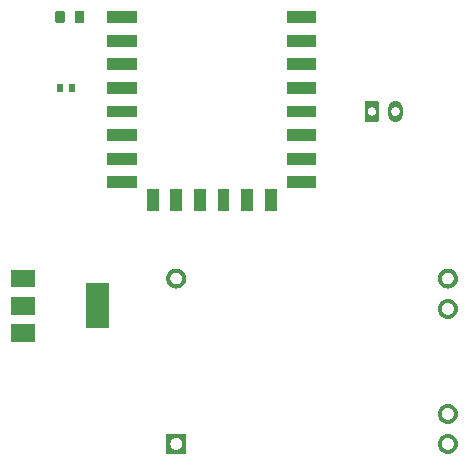
<source format=gbr>
%TF.GenerationSoftware,Flux,Pcbnew,7.0.11-7.0.11~ubuntu20.04.1*%
%TF.CreationDate,2024-08-13T10:52:44+00:00*%
%TF.ProjectId,input,696e7075-742e-46b6-9963-61645f706362,rev?*%
%TF.SameCoordinates,Original*%
%TF.FileFunction,Soldermask,Top*%
%TF.FilePolarity,Negative*%
%FSLAX46Y46*%
G04 Gerber Fmt 4.6, Leading zero omitted, Abs format (unit mm)*
G04 Filename: wirelessvoltmeter*
G04 Build it with Flux! Visit our site at: https://www.flux.ai (PCBNEW 7.0.11-7.0.11~ubuntu20.04.1) date 2024-08-13 10:52:44*
%MOMM*%
%LPD*%
G01*
G04 APERTURE LIST*
G04 APERTURE END LIST*
%TO.C,*%
G36*
X-7350000Y5500000D02*
G01*
X-9850000Y5500000D01*
X-9850000Y6500000D01*
X-7350000Y6500000D01*
X-7350000Y5500000D01*
G37*
G36*
X2500000Y-2400000D02*
G01*
X1500000Y-2400000D01*
X1500000Y-600000D01*
X2500000Y-600000D01*
X2500000Y-2400000D01*
G37*
G36*
X500000Y-2400000D02*
G01*
X-500000Y-2400000D01*
X-500000Y-600000D01*
X500000Y-600000D01*
X500000Y-2400000D01*
G37*
G36*
X7850000Y11500000D02*
G01*
X5350000Y11500000D01*
X5350000Y12500000D01*
X7850000Y12500000D01*
X7850000Y11500000D01*
G37*
G36*
X-7350000Y1500000D02*
G01*
X-9850000Y1500000D01*
X-9850000Y2500000D01*
X-7350000Y2500000D01*
X-7350000Y1500000D01*
G37*
G36*
X-7350000Y-500000D02*
G01*
X-9850000Y-500000D01*
X-9850000Y500000D01*
X-7350000Y500000D01*
X-7350000Y-500000D01*
G37*
G36*
X-7350000Y13500000D02*
G01*
X-9850000Y13500000D01*
X-9850000Y14500000D01*
X-7350000Y14500000D01*
X-7350000Y13500000D01*
G37*
G36*
X-7350000Y3500000D02*
G01*
X-9850000Y3500000D01*
X-9850000Y4500000D01*
X-7350000Y4500000D01*
X-7350000Y3500000D01*
G37*
G36*
X-3500000Y-2400000D02*
G01*
X-4500000Y-2400000D01*
X-4500000Y-600000D01*
X-3500000Y-600000D01*
X-3500000Y-2400000D01*
G37*
G36*
X-7350000Y11500000D02*
G01*
X-9850000Y11500000D01*
X-9850000Y12500000D01*
X-7350000Y12500000D01*
X-7350000Y11500000D01*
G37*
G36*
X7850000Y13500000D02*
G01*
X5350000Y13500000D01*
X5350000Y14500000D01*
X7850000Y14500000D01*
X7850000Y13500000D01*
G37*
G36*
X7850000Y5500000D02*
G01*
X5350000Y5500000D01*
X5350000Y6500000D01*
X7850000Y6500000D01*
X7850000Y5500000D01*
G37*
G36*
X7850000Y-500000D02*
G01*
X5350000Y-500000D01*
X5350000Y500000D01*
X7850000Y500000D01*
X7850000Y-500000D01*
G37*
G36*
X4500000Y-2400000D02*
G01*
X3500000Y-2400000D01*
X3500000Y-600000D01*
X4500000Y-600000D01*
X4500000Y-2400000D01*
G37*
G36*
X7850000Y1500000D02*
G01*
X5350000Y1500000D01*
X5350000Y2500000D01*
X7850000Y2500000D01*
X7850000Y1500000D01*
G37*
G36*
X7850000Y9500000D02*
G01*
X5350000Y9500000D01*
X5350000Y10500000D01*
X7850000Y10500000D01*
X7850000Y9500000D01*
G37*
G36*
X-5500000Y-2400000D02*
G01*
X-6500000Y-2400000D01*
X-6500000Y-600000D01*
X-5500000Y-600000D01*
X-5500000Y-2400000D01*
G37*
G36*
X7850000Y3500000D02*
G01*
X5350000Y3500000D01*
X5350000Y4500000D01*
X7850000Y4500000D01*
X7850000Y3500000D01*
G37*
G36*
X-1500000Y-2400000D02*
G01*
X-2500000Y-2400000D01*
X-2500000Y-600000D01*
X-1500000Y-600000D01*
X-1500000Y-2400000D01*
G37*
G36*
X7850000Y7500000D02*
G01*
X5350000Y7500000D01*
X5350000Y8500000D01*
X7850000Y8500000D01*
X7850000Y7500000D01*
G37*
G36*
X-7350000Y7500000D02*
G01*
X-9850000Y7500000D01*
X-9850000Y8500000D01*
X-7350000Y8500000D01*
X-7350000Y7500000D01*
G37*
G36*
X-7350000Y9500000D02*
G01*
X-9850000Y9500000D01*
X-9850000Y10500000D01*
X-7350000Y10500000D01*
X-7350000Y9500000D01*
G37*
G36*
X-9673700Y-12344200D02*
G01*
X-11673700Y-12344200D01*
X-11673700Y-8544200D01*
X-9673700Y-8544200D01*
X-9673700Y-12344200D01*
G37*
G36*
X-15973700Y-8894200D02*
G01*
X-17973700Y-8894200D01*
X-17973700Y-7394200D01*
X-15973700Y-7394200D01*
X-15973700Y-8894200D01*
G37*
G36*
X-15973700Y-13494200D02*
G01*
X-17973700Y-13494200D01*
X-17973700Y-11994200D01*
X-15973700Y-11994200D01*
X-15973700Y-13494200D01*
G37*
G36*
X-15973700Y-11194200D02*
G01*
X-17973700Y-11194200D01*
X-17973700Y-9694200D01*
X-15973700Y-9694200D01*
X-15973700Y-11194200D01*
G37*
G36*
X14607639Y6873374D02*
G01*
X14636946Y6870488D01*
X14666077Y6866167D01*
X14694961Y6860421D01*
X14723528Y6853266D01*
X14751709Y6844717D01*
X14779437Y6834796D01*
X14806645Y6823526D01*
X14833267Y6810935D01*
X14859239Y6797052D01*
X14884499Y6781912D01*
X14908985Y6765551D01*
X14932639Y6748008D01*
X14955404Y6729325D01*
X14977224Y6709548D01*
X14998048Y6688724D01*
X15017825Y6666904D01*
X15036508Y6644139D01*
X15054051Y6620485D01*
X15070412Y6595999D01*
X15085552Y6570739D01*
X15099435Y6544767D01*
X15112026Y6518145D01*
X15123296Y6490937D01*
X15133217Y6463209D01*
X15141766Y6435028D01*
X15148921Y6406461D01*
X15154667Y6377577D01*
X15158988Y6348446D01*
X15161874Y6319139D01*
X15163319Y6289725D01*
X15163319Y5710275D01*
X15161874Y5680861D01*
X15158988Y5651554D01*
X15154667Y5622423D01*
X15148921Y5593539D01*
X15141766Y5564972D01*
X15133217Y5536791D01*
X15123296Y5509063D01*
X15112026Y5481855D01*
X15099435Y5455233D01*
X15085552Y5429261D01*
X15070412Y5404001D01*
X15054051Y5379515D01*
X15036508Y5355861D01*
X15017825Y5333096D01*
X14998048Y5311276D01*
X14977224Y5290452D01*
X14955404Y5270675D01*
X14932639Y5251992D01*
X14908985Y5234449D01*
X14884499Y5218088D01*
X14859239Y5202948D01*
X14833267Y5189065D01*
X14806645Y5176474D01*
X14779437Y5165204D01*
X14751709Y5155283D01*
X14723528Y5146734D01*
X14694961Y5139579D01*
X14666077Y5133833D01*
X14636946Y5129512D01*
X14607639Y5126626D01*
X14578225Y5125181D01*
X14548775Y5125181D01*
X14519361Y5126626D01*
X14490054Y5129512D01*
X14460923Y5133833D01*
X14432039Y5139579D01*
X14403472Y5146734D01*
X14375291Y5155283D01*
X14347563Y5165204D01*
X14320355Y5176474D01*
X14293733Y5189065D01*
X14267761Y5202948D01*
X14242501Y5218088D01*
X14218015Y5234449D01*
X14194361Y5251992D01*
X14171596Y5270675D01*
X14149776Y5290452D01*
X14128952Y5311276D01*
X14109175Y5333096D01*
X14090492Y5355861D01*
X14072949Y5379515D01*
X14056588Y5404001D01*
X14041448Y5429261D01*
X14027565Y5455233D01*
X14014974Y5481855D01*
X14003704Y5509063D01*
X13993783Y5536791D01*
X13985234Y5564972D01*
X13978079Y5593539D01*
X13972333Y5622423D01*
X13968012Y5651554D01*
X13965126Y5680861D01*
X13963681Y5710275D01*
X13963681Y5739725D01*
X13963681Y5990797D01*
X14188613Y5990797D01*
X14189516Y5972413D01*
X14191320Y5954096D01*
X14194021Y5935889D01*
X14197612Y5917837D01*
X14202084Y5899983D01*
X14207427Y5882369D01*
X14213628Y5865039D01*
X14220671Y5848035D01*
X14228541Y5831396D01*
X14237217Y5815163D01*
X14246680Y5799376D01*
X14256906Y5784072D01*
X14267870Y5769288D01*
X14279547Y5755060D01*
X14291907Y5741422D01*
X14304922Y5728407D01*
X14318560Y5716047D01*
X14332788Y5704370D01*
X14347572Y5693406D01*
X14362876Y5683180D01*
X14378663Y5673717D01*
X14394896Y5665041D01*
X14411535Y5657171D01*
X14428539Y5650128D01*
X14445869Y5643927D01*
X14463483Y5638584D01*
X14481337Y5634112D01*
X14499389Y5630521D01*
X14517596Y5627820D01*
X14535913Y5626016D01*
X14554297Y5625113D01*
X14572703Y5625113D01*
X14591087Y5626016D01*
X14609404Y5627820D01*
X14627611Y5630521D01*
X14645663Y5634112D01*
X14663517Y5638584D01*
X14681131Y5643927D01*
X14698461Y5650128D01*
X14715465Y5657171D01*
X14732104Y5665041D01*
X14748337Y5673717D01*
X14764124Y5683180D01*
X14779428Y5693406D01*
X14794212Y5704370D01*
X14808440Y5716047D01*
X14822078Y5728407D01*
X14835093Y5741422D01*
X14847453Y5755060D01*
X14859130Y5769288D01*
X14870094Y5784072D01*
X14880320Y5799376D01*
X14889783Y5815163D01*
X14898459Y5831396D01*
X14906329Y5848035D01*
X14913372Y5865039D01*
X14919573Y5882369D01*
X14924916Y5899983D01*
X14929388Y5917837D01*
X14932979Y5935889D01*
X14935680Y5954096D01*
X14937484Y5972413D01*
X14938387Y5990797D01*
X14938387Y6009203D01*
X14937484Y6027587D01*
X14935680Y6045904D01*
X14932979Y6064111D01*
X14929388Y6082163D01*
X14924916Y6100017D01*
X14919573Y6117631D01*
X14913372Y6134961D01*
X14906329Y6151965D01*
X14898459Y6168604D01*
X14889783Y6184837D01*
X14880320Y6200624D01*
X14870094Y6215928D01*
X14859130Y6230712D01*
X14847453Y6244940D01*
X14835093Y6258578D01*
X14822078Y6271593D01*
X14808440Y6283953D01*
X14794212Y6295630D01*
X14779428Y6306594D01*
X14764124Y6316820D01*
X14748337Y6326283D01*
X14732104Y6334959D01*
X14715465Y6342829D01*
X14698461Y6349872D01*
X14681131Y6356073D01*
X14663517Y6361416D01*
X14645663Y6365888D01*
X14627611Y6369479D01*
X14609404Y6372180D01*
X14591087Y6373984D01*
X14572703Y6374887D01*
X14554297Y6374887D01*
X14535913Y6373984D01*
X14517596Y6372180D01*
X14499389Y6369479D01*
X14481337Y6365888D01*
X14463483Y6361416D01*
X14445869Y6356073D01*
X14428539Y6349872D01*
X14411535Y6342829D01*
X14394896Y6334959D01*
X14378663Y6326283D01*
X14362876Y6316820D01*
X14347572Y6306594D01*
X14332788Y6295630D01*
X14318560Y6283953D01*
X14304922Y6271593D01*
X14291907Y6258578D01*
X14279547Y6244940D01*
X14267870Y6230712D01*
X14256906Y6215928D01*
X14246680Y6200624D01*
X14237217Y6184837D01*
X14228541Y6168604D01*
X14220671Y6151965D01*
X14213628Y6134961D01*
X14207427Y6117631D01*
X14202084Y6100017D01*
X14197612Y6082163D01*
X14194021Y6064111D01*
X14191320Y6045904D01*
X14189516Y6027587D01*
X14188613Y6009203D01*
X14188613Y5990797D01*
X13963681Y5990797D01*
X13963681Y6289725D01*
X13965126Y6319139D01*
X13968012Y6348446D01*
X13972333Y6377577D01*
X13978079Y6406461D01*
X13985234Y6435028D01*
X13993783Y6463209D01*
X14003704Y6490937D01*
X14014974Y6518145D01*
X14027565Y6544767D01*
X14041448Y6570739D01*
X14056588Y6595999D01*
X14072949Y6620485D01*
X14090492Y6644139D01*
X14109175Y6666904D01*
X14128952Y6688724D01*
X14149776Y6709548D01*
X14171596Y6729325D01*
X14194361Y6748008D01*
X14218015Y6765551D01*
X14242501Y6781912D01*
X14267761Y6797052D01*
X14293733Y6810935D01*
X14320355Y6823526D01*
X14347563Y6834796D01*
X14375291Y6844717D01*
X14403472Y6853266D01*
X14432039Y6860421D01*
X14460923Y6866167D01*
X14490054Y6870488D01*
X14519361Y6873374D01*
X14548775Y6874819D01*
X14578225Y6874819D01*
X14607639Y6873374D01*
G37*
G36*
X13040881Y6874719D02*
G01*
X13049425Y6873878D01*
X13057896Y6872479D01*
X13066257Y6870529D01*
X13074473Y6868037D01*
X13082508Y6865013D01*
X13090328Y6861470D01*
X13097900Y6857423D01*
X13105191Y6852889D01*
X13112169Y6847888D01*
X13118806Y6842441D01*
X13125072Y6836572D01*
X13130941Y6830306D01*
X13136388Y6823669D01*
X13141389Y6816691D01*
X13145923Y6809400D01*
X13149970Y6801828D01*
X13153513Y6794008D01*
X13156537Y6785973D01*
X13159029Y6777757D01*
X13160979Y6769396D01*
X13162378Y6760925D01*
X13163219Y6752381D01*
X13163500Y6743800D01*
X13163500Y5256200D01*
X13163219Y5247619D01*
X13162378Y5239075D01*
X13160979Y5230604D01*
X13159029Y5222243D01*
X13156537Y5214027D01*
X13153513Y5205992D01*
X13149970Y5198172D01*
X13145923Y5190600D01*
X13141389Y5183309D01*
X13136388Y5176331D01*
X13130941Y5169694D01*
X13125072Y5163428D01*
X13118806Y5157559D01*
X13112169Y5152112D01*
X13105191Y5147111D01*
X13097900Y5142577D01*
X13090328Y5138530D01*
X13082508Y5134987D01*
X13074473Y5131963D01*
X13066257Y5129471D01*
X13057896Y5127521D01*
X13049425Y5126122D01*
X13040881Y5125281D01*
X13032300Y5125000D01*
X12094700Y5125000D01*
X12086119Y5125281D01*
X12077575Y5126122D01*
X12069104Y5127521D01*
X12060743Y5129471D01*
X12052527Y5131963D01*
X12044492Y5134987D01*
X12036672Y5138530D01*
X12029100Y5142577D01*
X12021809Y5147111D01*
X12014831Y5152112D01*
X12008194Y5157559D01*
X12001928Y5163428D01*
X11996059Y5169694D01*
X11990612Y5176331D01*
X11985611Y5183309D01*
X11981077Y5190600D01*
X11977030Y5198172D01*
X11973487Y5205992D01*
X11970463Y5214027D01*
X11967971Y5222243D01*
X11966021Y5230604D01*
X11964622Y5239075D01*
X11963781Y5247619D01*
X11963500Y5256200D01*
X11963500Y5991411D01*
X12213605Y5991411D01*
X12214448Y5974252D01*
X12216132Y5957156D01*
X12218653Y5940163D01*
X12222004Y5923315D01*
X12226178Y5906651D01*
X12231165Y5890211D01*
X12236953Y5874037D01*
X12243527Y5858166D01*
X12250871Y5842636D01*
X12258970Y5827486D01*
X12267801Y5812751D01*
X12277345Y5798467D01*
X12287579Y5784669D01*
X12298477Y5771390D01*
X12310014Y5758661D01*
X12322161Y5746514D01*
X12334890Y5734977D01*
X12348169Y5724079D01*
X12361967Y5713845D01*
X12376251Y5704301D01*
X12390986Y5695470D01*
X12406136Y5687371D01*
X12421666Y5680027D01*
X12437537Y5673453D01*
X12453711Y5667665D01*
X12470151Y5662678D01*
X12486815Y5658504D01*
X12503663Y5655153D01*
X12520656Y5652632D01*
X12537752Y5650948D01*
X12554911Y5650105D01*
X12572089Y5650105D01*
X12589248Y5650948D01*
X12606344Y5652632D01*
X12623337Y5655153D01*
X12640185Y5658504D01*
X12656849Y5662678D01*
X12673289Y5667665D01*
X12689463Y5673453D01*
X12705334Y5680027D01*
X12720864Y5687371D01*
X12736014Y5695470D01*
X12750749Y5704301D01*
X12765033Y5713845D01*
X12778831Y5724079D01*
X12792110Y5734977D01*
X12797127Y5739524D01*
X12804839Y5746514D01*
X12816986Y5758661D01*
X12828523Y5771390D01*
X12839421Y5784669D01*
X12849655Y5798467D01*
X12859199Y5812751D01*
X12868030Y5827486D01*
X12876129Y5842636D01*
X12883473Y5858166D01*
X12890047Y5874037D01*
X12895835Y5890211D01*
X12900822Y5906651D01*
X12904996Y5923315D01*
X12908347Y5940163D01*
X12910868Y5957156D01*
X12912552Y5974252D01*
X12913395Y5991411D01*
X12913395Y6008589D01*
X12912552Y6025748D01*
X12910868Y6042844D01*
X12908347Y6059837D01*
X12904996Y6076685D01*
X12900822Y6093349D01*
X12895835Y6109789D01*
X12890047Y6125963D01*
X12883473Y6141834D01*
X12876129Y6157364D01*
X12868030Y6172514D01*
X12859199Y6187249D01*
X12849655Y6201533D01*
X12839421Y6215331D01*
X12828523Y6228610D01*
X12816986Y6241339D01*
X12804839Y6253486D01*
X12792110Y6265023D01*
X12778831Y6275921D01*
X12765033Y6286155D01*
X12750749Y6295699D01*
X12736014Y6304530D01*
X12720864Y6312629D01*
X12705334Y6319973D01*
X12689463Y6326547D01*
X12673289Y6332335D01*
X12656849Y6337322D01*
X12640185Y6341496D01*
X12623337Y6344847D01*
X12606344Y6347368D01*
X12589248Y6349052D01*
X12572089Y6349895D01*
X12554911Y6349895D01*
X12537752Y6349052D01*
X12520656Y6347368D01*
X12503663Y6344847D01*
X12486815Y6341496D01*
X12470151Y6337322D01*
X12453711Y6332335D01*
X12437537Y6326547D01*
X12421666Y6319973D01*
X12406136Y6312629D01*
X12390986Y6304530D01*
X12376251Y6295699D01*
X12361967Y6286155D01*
X12348169Y6275921D01*
X12334890Y6265023D01*
X12322161Y6253486D01*
X12310014Y6241339D01*
X12298477Y6228610D01*
X12287579Y6215331D01*
X12277345Y6201533D01*
X12267801Y6187249D01*
X12258970Y6172514D01*
X12250871Y6157364D01*
X12243527Y6141834D01*
X12236953Y6125963D01*
X12231165Y6109789D01*
X12226178Y6093349D01*
X12222004Y6076685D01*
X12218653Y6059837D01*
X12216132Y6042844D01*
X12214448Y6025748D01*
X12213605Y6008589D01*
X12213605Y5991411D01*
X11963500Y5991411D01*
X11963500Y6743800D01*
X11963781Y6752381D01*
X11964622Y6760925D01*
X11966021Y6769396D01*
X11967971Y6777757D01*
X11970463Y6785973D01*
X11973487Y6794008D01*
X11977030Y6801828D01*
X11981077Y6809400D01*
X11985611Y6816691D01*
X11990612Y6823669D01*
X11996059Y6830306D01*
X12001928Y6836572D01*
X12008194Y6842441D01*
X12014831Y6847888D01*
X12021809Y6852889D01*
X12029100Y6857423D01*
X12036672Y6861470D01*
X12044492Y6865013D01*
X12052527Y6868037D01*
X12060743Y6870529D01*
X12069104Y6872479D01*
X12077575Y6873878D01*
X12086119Y6874719D01*
X12094700Y6875000D01*
X13032300Y6875000D01*
X13040881Y6874719D01*
G37*
G36*
X19062530Y-9866503D02*
G01*
X19104049Y-9870592D01*
X19145318Y-9876714D01*
X19186236Y-9884853D01*
X19226706Y-9894990D01*
X19266629Y-9907101D01*
X19305911Y-9921156D01*
X19344455Y-9937122D01*
X19382170Y-9954959D01*
X19418963Y-9974626D01*
X19454748Y-9996074D01*
X19489437Y-10019253D01*
X19522947Y-10044106D01*
X19555197Y-10070572D01*
X19586109Y-10098590D01*
X19615610Y-10128091D01*
X19643628Y-10159003D01*
X19670094Y-10191253D01*
X19694947Y-10224763D01*
X19718126Y-10259452D01*
X19739574Y-10295237D01*
X19759241Y-10332030D01*
X19777078Y-10369745D01*
X19793044Y-10408289D01*
X19807099Y-10447571D01*
X19819210Y-10487494D01*
X19829347Y-10527964D01*
X19837486Y-10568882D01*
X19843608Y-10610151D01*
X19847697Y-10651670D01*
X19849744Y-10693340D01*
X19849744Y-10735060D01*
X19847697Y-10776730D01*
X19843608Y-10818249D01*
X19837486Y-10859518D01*
X19829347Y-10900436D01*
X19819210Y-10940906D01*
X19807099Y-10980829D01*
X19793044Y-11020111D01*
X19777078Y-11058655D01*
X19759241Y-11096370D01*
X19739574Y-11133163D01*
X19718126Y-11168948D01*
X19694947Y-11203637D01*
X19670094Y-11237147D01*
X19643628Y-11269397D01*
X19615610Y-11300309D01*
X19586109Y-11329810D01*
X19555197Y-11357828D01*
X19522947Y-11384294D01*
X19489437Y-11409147D01*
X19454748Y-11432326D01*
X19418963Y-11453774D01*
X19382170Y-11473441D01*
X19344455Y-11491278D01*
X19305911Y-11507244D01*
X19266629Y-11521299D01*
X19226706Y-11533410D01*
X19186236Y-11543547D01*
X19145318Y-11551686D01*
X19104049Y-11557808D01*
X19062530Y-11561897D01*
X19020860Y-11563944D01*
X18979140Y-11563944D01*
X18937470Y-11561897D01*
X18895951Y-11557808D01*
X18854682Y-11551686D01*
X18813764Y-11543547D01*
X18773294Y-11533410D01*
X18733371Y-11521299D01*
X18694089Y-11507244D01*
X18655545Y-11491278D01*
X18617830Y-11473441D01*
X18581037Y-11453774D01*
X18545252Y-11432326D01*
X18510563Y-11409147D01*
X18477053Y-11384294D01*
X18444803Y-11357828D01*
X18413891Y-11329810D01*
X18384390Y-11300309D01*
X18356372Y-11269397D01*
X18329906Y-11237147D01*
X18305053Y-11203637D01*
X18281874Y-11168948D01*
X18260426Y-11133163D01*
X18240759Y-11096370D01*
X18222922Y-11058655D01*
X18206956Y-11020111D01*
X18192901Y-10980829D01*
X18180790Y-10940906D01*
X18170653Y-10900436D01*
X18162514Y-10859518D01*
X18156392Y-10818249D01*
X18152303Y-10776730D01*
X18150256Y-10735060D01*
X18150256Y-10726471D01*
X18500151Y-10726471D01*
X18501355Y-10750982D01*
X18503760Y-10775405D01*
X18507361Y-10799681D01*
X18512149Y-10823751D01*
X18518112Y-10847556D01*
X18525236Y-10871041D01*
X18533504Y-10894148D01*
X18542895Y-10916821D01*
X18553388Y-10939006D01*
X18564957Y-10960649D01*
X18577573Y-10981699D01*
X18591208Y-11002104D01*
X18605827Y-11021816D01*
X18621396Y-11040786D01*
X18637876Y-11058970D01*
X18655230Y-11076324D01*
X18673414Y-11092804D01*
X18692384Y-11108373D01*
X18712096Y-11122992D01*
X18732501Y-11136627D01*
X18753551Y-11149243D01*
X18775194Y-11160812D01*
X18797379Y-11171305D01*
X18820052Y-11180696D01*
X18843159Y-11188964D01*
X18866644Y-11196088D01*
X18890449Y-11202051D01*
X18914519Y-11206839D01*
X18938795Y-11210440D01*
X18963218Y-11212845D01*
X18987729Y-11214049D01*
X19012271Y-11214049D01*
X19036782Y-11212845D01*
X19061205Y-11210440D01*
X19085481Y-11206839D01*
X19109551Y-11202051D01*
X19133356Y-11196088D01*
X19156841Y-11188964D01*
X19179948Y-11180696D01*
X19202621Y-11171305D01*
X19224806Y-11160812D01*
X19246449Y-11149243D01*
X19267499Y-11136627D01*
X19287904Y-11122992D01*
X19307616Y-11108373D01*
X19326586Y-11092804D01*
X19344770Y-11076324D01*
X19362124Y-11058970D01*
X19378604Y-11040786D01*
X19394173Y-11021816D01*
X19408792Y-11002104D01*
X19422427Y-10981699D01*
X19435043Y-10960649D01*
X19446612Y-10939006D01*
X19457105Y-10916821D01*
X19466496Y-10894148D01*
X19474764Y-10871041D01*
X19481888Y-10847556D01*
X19487851Y-10823751D01*
X19492639Y-10799681D01*
X19496240Y-10775405D01*
X19498645Y-10750982D01*
X19499849Y-10726471D01*
X19499849Y-10701929D01*
X19498645Y-10677418D01*
X19496240Y-10652995D01*
X19492639Y-10628719D01*
X19487851Y-10604649D01*
X19481888Y-10580844D01*
X19474764Y-10557359D01*
X19466496Y-10534252D01*
X19457105Y-10511579D01*
X19446612Y-10489394D01*
X19435043Y-10467751D01*
X19422427Y-10446701D01*
X19408792Y-10426296D01*
X19394173Y-10406584D01*
X19378604Y-10387614D01*
X19362124Y-10369430D01*
X19344770Y-10352076D01*
X19326586Y-10335596D01*
X19307616Y-10320027D01*
X19287904Y-10305408D01*
X19267499Y-10291773D01*
X19246449Y-10279157D01*
X19224806Y-10267588D01*
X19202621Y-10257095D01*
X19179948Y-10247704D01*
X19156841Y-10239436D01*
X19133356Y-10232312D01*
X19109551Y-10226349D01*
X19085481Y-10221561D01*
X19061205Y-10217960D01*
X19036782Y-10215555D01*
X19012271Y-10214351D01*
X18987729Y-10214351D01*
X18963218Y-10215555D01*
X18938795Y-10217960D01*
X18914519Y-10221561D01*
X18890449Y-10226349D01*
X18866644Y-10232312D01*
X18843159Y-10239436D01*
X18820052Y-10247704D01*
X18797379Y-10257095D01*
X18775194Y-10267588D01*
X18753551Y-10279157D01*
X18732501Y-10291773D01*
X18712096Y-10305408D01*
X18692384Y-10320027D01*
X18673414Y-10335596D01*
X18655230Y-10352076D01*
X18637876Y-10369430D01*
X18621396Y-10387614D01*
X18605827Y-10406584D01*
X18591208Y-10426296D01*
X18577573Y-10446701D01*
X18564957Y-10467751D01*
X18553388Y-10489394D01*
X18542895Y-10511579D01*
X18533504Y-10534252D01*
X18525236Y-10557359D01*
X18518112Y-10580844D01*
X18512149Y-10604649D01*
X18507361Y-10628719D01*
X18503760Y-10652995D01*
X18501355Y-10677418D01*
X18500151Y-10701929D01*
X18500151Y-10726471D01*
X18150256Y-10726471D01*
X18150256Y-10693340D01*
X18152303Y-10651670D01*
X18156392Y-10610151D01*
X18162514Y-10568882D01*
X18170653Y-10527964D01*
X18180790Y-10487494D01*
X18192901Y-10447571D01*
X18206956Y-10408289D01*
X18222922Y-10369745D01*
X18240759Y-10332030D01*
X18260426Y-10295237D01*
X18281874Y-10259452D01*
X18305053Y-10224763D01*
X18329906Y-10191253D01*
X18356372Y-10159003D01*
X18384390Y-10128091D01*
X18413891Y-10098590D01*
X18444803Y-10070572D01*
X18477053Y-10044106D01*
X18510563Y-10019253D01*
X18545252Y-9996074D01*
X18581037Y-9974626D01*
X18617830Y-9954959D01*
X18655545Y-9937122D01*
X18694089Y-9921156D01*
X18733371Y-9907101D01*
X18773294Y-9894990D01*
X18813764Y-9884853D01*
X18854682Y-9876714D01*
X18895951Y-9870592D01*
X18937470Y-9866503D01*
X18979140Y-9864456D01*
X19020860Y-9864456D01*
X19062530Y-9866503D01*
G37*
G36*
X19062530Y-21296503D02*
G01*
X19104049Y-21300592D01*
X19145318Y-21306714D01*
X19186236Y-21314853D01*
X19226706Y-21324990D01*
X19266629Y-21337101D01*
X19305911Y-21351156D01*
X19344455Y-21367122D01*
X19382170Y-21384959D01*
X19418963Y-21404626D01*
X19454748Y-21426074D01*
X19489437Y-21449253D01*
X19522947Y-21474106D01*
X19555197Y-21500572D01*
X19586109Y-21528590D01*
X19615610Y-21558091D01*
X19643628Y-21589003D01*
X19670094Y-21621253D01*
X19694947Y-21654763D01*
X19718126Y-21689452D01*
X19739574Y-21725237D01*
X19759241Y-21762030D01*
X19777078Y-21799745D01*
X19793044Y-21838289D01*
X19807099Y-21877571D01*
X19819210Y-21917494D01*
X19829347Y-21957964D01*
X19837486Y-21998882D01*
X19843608Y-22040151D01*
X19847697Y-22081670D01*
X19849744Y-22123340D01*
X19849744Y-22165060D01*
X19847697Y-22206730D01*
X19843608Y-22248249D01*
X19837486Y-22289518D01*
X19829347Y-22330436D01*
X19819210Y-22370906D01*
X19807099Y-22410829D01*
X19793044Y-22450111D01*
X19777078Y-22488655D01*
X19759241Y-22526370D01*
X19739574Y-22563163D01*
X19718126Y-22598948D01*
X19694947Y-22633637D01*
X19670094Y-22667147D01*
X19643628Y-22699397D01*
X19615610Y-22730309D01*
X19586109Y-22759810D01*
X19555197Y-22787828D01*
X19522947Y-22814294D01*
X19489437Y-22839147D01*
X19454748Y-22862326D01*
X19418963Y-22883774D01*
X19382170Y-22903441D01*
X19344455Y-22921278D01*
X19305911Y-22937244D01*
X19266629Y-22951299D01*
X19226706Y-22963410D01*
X19186236Y-22973547D01*
X19145318Y-22981686D01*
X19104049Y-22987808D01*
X19062530Y-22991897D01*
X19020860Y-22993944D01*
X18979140Y-22993944D01*
X18937470Y-22991897D01*
X18895951Y-22987808D01*
X18854682Y-22981686D01*
X18813764Y-22973547D01*
X18773294Y-22963410D01*
X18733371Y-22951299D01*
X18694089Y-22937244D01*
X18655545Y-22921278D01*
X18617830Y-22903441D01*
X18581037Y-22883774D01*
X18545252Y-22862326D01*
X18510563Y-22839147D01*
X18477053Y-22814294D01*
X18444803Y-22787828D01*
X18413891Y-22759810D01*
X18384390Y-22730309D01*
X18356372Y-22699397D01*
X18329906Y-22667147D01*
X18305053Y-22633637D01*
X18281874Y-22598948D01*
X18260426Y-22563163D01*
X18240759Y-22526370D01*
X18222922Y-22488655D01*
X18206956Y-22450111D01*
X18192901Y-22410829D01*
X18180790Y-22370906D01*
X18170653Y-22330436D01*
X18162514Y-22289518D01*
X18156392Y-22248249D01*
X18152303Y-22206730D01*
X18150256Y-22165060D01*
X18150256Y-22156471D01*
X18500151Y-22156471D01*
X18501355Y-22180982D01*
X18503760Y-22205405D01*
X18507361Y-22229681D01*
X18512149Y-22253751D01*
X18518112Y-22277556D01*
X18525236Y-22301041D01*
X18533504Y-22324148D01*
X18542895Y-22346821D01*
X18553388Y-22369006D01*
X18564957Y-22390649D01*
X18577573Y-22411699D01*
X18591208Y-22432104D01*
X18605827Y-22451816D01*
X18621396Y-22470786D01*
X18637876Y-22488970D01*
X18655230Y-22506324D01*
X18673414Y-22522804D01*
X18692384Y-22538373D01*
X18712096Y-22552992D01*
X18732501Y-22566627D01*
X18753551Y-22579243D01*
X18775194Y-22590812D01*
X18797379Y-22601305D01*
X18820052Y-22610696D01*
X18843159Y-22618964D01*
X18866644Y-22626088D01*
X18890449Y-22632051D01*
X18914519Y-22636839D01*
X18938795Y-22640440D01*
X18963218Y-22642845D01*
X18987729Y-22644049D01*
X19012271Y-22644049D01*
X19036782Y-22642845D01*
X19061205Y-22640440D01*
X19085481Y-22636839D01*
X19109551Y-22632051D01*
X19133356Y-22626088D01*
X19156841Y-22618964D01*
X19179948Y-22610696D01*
X19202621Y-22601305D01*
X19224806Y-22590812D01*
X19246449Y-22579243D01*
X19267499Y-22566627D01*
X19287904Y-22552992D01*
X19307616Y-22538373D01*
X19326586Y-22522804D01*
X19344770Y-22506324D01*
X19362124Y-22488970D01*
X19378604Y-22470786D01*
X19394173Y-22451816D01*
X19408792Y-22432104D01*
X19422427Y-22411699D01*
X19435043Y-22390649D01*
X19446612Y-22369006D01*
X19457105Y-22346821D01*
X19466496Y-22324148D01*
X19474764Y-22301041D01*
X19481888Y-22277556D01*
X19487851Y-22253751D01*
X19492639Y-22229681D01*
X19496240Y-22205405D01*
X19498645Y-22180982D01*
X19499849Y-22156471D01*
X19499849Y-22131929D01*
X19498645Y-22107418D01*
X19496240Y-22082995D01*
X19492639Y-22058719D01*
X19487851Y-22034649D01*
X19481888Y-22010844D01*
X19474764Y-21987359D01*
X19466496Y-21964252D01*
X19457105Y-21941579D01*
X19446612Y-21919394D01*
X19435043Y-21897751D01*
X19422427Y-21876701D01*
X19408792Y-21856296D01*
X19394173Y-21836584D01*
X19378604Y-21817614D01*
X19362124Y-21799430D01*
X19344770Y-21782076D01*
X19326586Y-21765596D01*
X19307616Y-21750027D01*
X19287904Y-21735408D01*
X19267499Y-21721773D01*
X19246449Y-21709157D01*
X19224806Y-21697588D01*
X19202621Y-21687095D01*
X19179948Y-21677704D01*
X19156841Y-21669436D01*
X19133356Y-21662312D01*
X19109551Y-21656349D01*
X19085481Y-21651561D01*
X19061205Y-21647960D01*
X19036782Y-21645555D01*
X19012271Y-21644351D01*
X18987729Y-21644351D01*
X18963218Y-21645555D01*
X18938795Y-21647960D01*
X18914519Y-21651561D01*
X18890449Y-21656349D01*
X18866644Y-21662312D01*
X18843159Y-21669436D01*
X18820052Y-21677704D01*
X18797379Y-21687095D01*
X18775194Y-21697588D01*
X18753551Y-21709157D01*
X18732501Y-21721773D01*
X18712096Y-21735408D01*
X18692384Y-21750027D01*
X18673414Y-21765596D01*
X18655230Y-21782076D01*
X18637876Y-21799430D01*
X18621396Y-21817614D01*
X18605827Y-21836584D01*
X18591208Y-21856296D01*
X18577573Y-21876701D01*
X18564957Y-21897751D01*
X18553388Y-21919394D01*
X18542895Y-21941579D01*
X18533504Y-21964252D01*
X18525236Y-21987359D01*
X18518112Y-22010844D01*
X18512149Y-22034649D01*
X18507361Y-22058719D01*
X18503760Y-22082995D01*
X18501355Y-22107418D01*
X18500151Y-22131929D01*
X18500151Y-22156471D01*
X18150256Y-22156471D01*
X18150256Y-22123340D01*
X18152303Y-22081670D01*
X18156392Y-22040151D01*
X18162514Y-21998882D01*
X18170653Y-21957964D01*
X18180790Y-21917494D01*
X18192901Y-21877571D01*
X18206956Y-21838289D01*
X18222922Y-21799745D01*
X18240759Y-21762030D01*
X18260426Y-21725237D01*
X18281874Y-21689452D01*
X18305053Y-21654763D01*
X18329906Y-21621253D01*
X18356372Y-21589003D01*
X18384390Y-21558091D01*
X18413891Y-21528590D01*
X18444803Y-21500572D01*
X18477053Y-21474106D01*
X18510563Y-21449253D01*
X18545252Y-21426074D01*
X18581037Y-21404626D01*
X18617830Y-21384959D01*
X18655545Y-21367122D01*
X18694089Y-21351156D01*
X18733371Y-21337101D01*
X18773294Y-21324990D01*
X18813764Y-21314853D01*
X18854682Y-21306714D01*
X18895951Y-21300592D01*
X18937470Y-21296503D01*
X18979140Y-21294456D01*
X19020860Y-21294456D01*
X19062530Y-21296503D01*
G37*
G36*
X19062530Y-18756503D02*
G01*
X19104049Y-18760592D01*
X19145318Y-18766714D01*
X19186236Y-18774853D01*
X19226706Y-18784990D01*
X19266629Y-18797101D01*
X19305911Y-18811156D01*
X19344455Y-18827122D01*
X19382170Y-18844959D01*
X19418963Y-18864626D01*
X19454748Y-18886074D01*
X19489437Y-18909253D01*
X19522947Y-18934106D01*
X19555197Y-18960572D01*
X19586109Y-18988590D01*
X19615610Y-19018091D01*
X19643628Y-19049003D01*
X19670094Y-19081253D01*
X19694947Y-19114763D01*
X19718126Y-19149452D01*
X19739574Y-19185237D01*
X19759241Y-19222030D01*
X19777078Y-19259745D01*
X19793044Y-19298289D01*
X19807099Y-19337571D01*
X19819210Y-19377494D01*
X19829347Y-19417964D01*
X19837486Y-19458882D01*
X19843608Y-19500151D01*
X19847697Y-19541670D01*
X19849744Y-19583340D01*
X19849744Y-19625060D01*
X19847697Y-19666730D01*
X19843608Y-19708249D01*
X19837486Y-19749518D01*
X19829347Y-19790436D01*
X19819210Y-19830906D01*
X19807099Y-19870829D01*
X19793044Y-19910111D01*
X19777078Y-19948655D01*
X19759241Y-19986370D01*
X19739574Y-20023163D01*
X19718126Y-20058948D01*
X19694947Y-20093637D01*
X19670094Y-20127147D01*
X19643628Y-20159397D01*
X19615610Y-20190309D01*
X19586109Y-20219810D01*
X19555197Y-20247828D01*
X19522947Y-20274294D01*
X19489437Y-20299147D01*
X19454748Y-20322326D01*
X19418963Y-20343774D01*
X19382170Y-20363441D01*
X19344455Y-20381278D01*
X19305911Y-20397244D01*
X19266629Y-20411299D01*
X19226706Y-20423410D01*
X19186236Y-20433547D01*
X19145318Y-20441686D01*
X19104049Y-20447808D01*
X19062530Y-20451897D01*
X19020860Y-20453944D01*
X18979140Y-20453944D01*
X18937470Y-20451897D01*
X18895951Y-20447808D01*
X18854682Y-20441686D01*
X18813764Y-20433547D01*
X18773294Y-20423410D01*
X18733371Y-20411299D01*
X18694089Y-20397244D01*
X18655545Y-20381278D01*
X18617830Y-20363441D01*
X18581037Y-20343774D01*
X18545252Y-20322326D01*
X18510563Y-20299147D01*
X18477053Y-20274294D01*
X18444803Y-20247828D01*
X18413891Y-20219810D01*
X18384390Y-20190309D01*
X18356372Y-20159397D01*
X18329906Y-20127147D01*
X18305053Y-20093637D01*
X18281874Y-20058948D01*
X18260426Y-20023163D01*
X18240759Y-19986370D01*
X18222922Y-19948655D01*
X18206956Y-19910111D01*
X18192901Y-19870829D01*
X18180790Y-19830906D01*
X18170653Y-19790436D01*
X18162514Y-19749518D01*
X18156392Y-19708249D01*
X18152303Y-19666730D01*
X18150256Y-19625060D01*
X18150256Y-19616471D01*
X18500151Y-19616471D01*
X18501355Y-19640982D01*
X18503760Y-19665405D01*
X18507361Y-19689681D01*
X18512149Y-19713751D01*
X18518112Y-19737556D01*
X18525236Y-19761041D01*
X18533504Y-19784148D01*
X18542895Y-19806821D01*
X18553388Y-19829006D01*
X18564957Y-19850649D01*
X18577573Y-19871699D01*
X18591208Y-19892104D01*
X18605827Y-19911816D01*
X18621396Y-19930786D01*
X18637876Y-19948970D01*
X18655230Y-19966324D01*
X18673414Y-19982804D01*
X18692384Y-19998373D01*
X18712096Y-20012992D01*
X18732501Y-20026627D01*
X18753551Y-20039243D01*
X18775194Y-20050812D01*
X18797379Y-20061305D01*
X18820052Y-20070696D01*
X18843159Y-20078964D01*
X18866644Y-20086088D01*
X18890449Y-20092051D01*
X18914519Y-20096839D01*
X18938795Y-20100440D01*
X18963218Y-20102845D01*
X18987729Y-20104049D01*
X19012271Y-20104049D01*
X19036782Y-20102845D01*
X19061205Y-20100440D01*
X19085481Y-20096839D01*
X19109551Y-20092051D01*
X19133356Y-20086088D01*
X19156841Y-20078964D01*
X19179948Y-20070696D01*
X19202621Y-20061305D01*
X19224806Y-20050812D01*
X19246449Y-20039243D01*
X19267499Y-20026627D01*
X19287904Y-20012992D01*
X19307616Y-19998373D01*
X19326586Y-19982804D01*
X19344770Y-19966324D01*
X19362124Y-19948970D01*
X19378604Y-19930786D01*
X19394173Y-19911816D01*
X19408792Y-19892104D01*
X19422427Y-19871699D01*
X19435043Y-19850649D01*
X19446612Y-19829006D01*
X19457105Y-19806821D01*
X19466496Y-19784148D01*
X19474764Y-19761041D01*
X19481888Y-19737556D01*
X19487851Y-19713751D01*
X19492639Y-19689681D01*
X19496240Y-19665405D01*
X19498645Y-19640982D01*
X19499849Y-19616471D01*
X19499849Y-19591929D01*
X19498645Y-19567418D01*
X19496240Y-19542995D01*
X19492639Y-19518719D01*
X19487851Y-19494649D01*
X19481888Y-19470844D01*
X19474764Y-19447359D01*
X19466496Y-19424252D01*
X19457105Y-19401579D01*
X19446612Y-19379394D01*
X19435043Y-19357751D01*
X19422427Y-19336701D01*
X19408792Y-19316296D01*
X19394173Y-19296584D01*
X19378604Y-19277614D01*
X19362124Y-19259430D01*
X19344770Y-19242076D01*
X19326586Y-19225596D01*
X19307616Y-19210027D01*
X19287904Y-19195408D01*
X19267499Y-19181773D01*
X19246449Y-19169157D01*
X19224806Y-19157588D01*
X19202621Y-19147095D01*
X19179948Y-19137704D01*
X19156841Y-19129436D01*
X19133356Y-19122312D01*
X19109551Y-19116349D01*
X19085481Y-19111561D01*
X19061205Y-19107960D01*
X19036782Y-19105555D01*
X19012271Y-19104351D01*
X18987729Y-19104351D01*
X18963218Y-19105555D01*
X18938795Y-19107960D01*
X18914519Y-19111561D01*
X18890449Y-19116349D01*
X18866644Y-19122312D01*
X18843159Y-19129436D01*
X18820052Y-19137704D01*
X18797379Y-19147095D01*
X18775194Y-19157588D01*
X18753551Y-19169157D01*
X18732501Y-19181773D01*
X18712096Y-19195408D01*
X18692384Y-19210027D01*
X18673414Y-19225596D01*
X18655230Y-19242076D01*
X18637876Y-19259430D01*
X18621396Y-19277614D01*
X18605827Y-19296584D01*
X18591208Y-19316296D01*
X18577573Y-19336701D01*
X18564957Y-19357751D01*
X18553388Y-19379394D01*
X18542895Y-19401579D01*
X18533504Y-19424252D01*
X18525236Y-19447359D01*
X18518112Y-19470844D01*
X18512149Y-19494649D01*
X18507361Y-19518719D01*
X18503760Y-19542995D01*
X18501355Y-19567418D01*
X18500151Y-19591929D01*
X18500151Y-19616471D01*
X18150256Y-19616471D01*
X18150256Y-19583340D01*
X18152303Y-19541670D01*
X18156392Y-19500151D01*
X18162514Y-19458882D01*
X18170653Y-19417964D01*
X18180790Y-19377494D01*
X18192901Y-19337571D01*
X18206956Y-19298289D01*
X18222922Y-19259745D01*
X18240759Y-19222030D01*
X18260426Y-19185237D01*
X18281874Y-19149452D01*
X18305053Y-19114763D01*
X18329906Y-19081253D01*
X18356372Y-19049003D01*
X18384390Y-19018091D01*
X18413891Y-18988590D01*
X18444803Y-18960572D01*
X18477053Y-18934106D01*
X18510563Y-18909253D01*
X18545252Y-18886074D01*
X18581037Y-18864626D01*
X18617830Y-18844959D01*
X18655545Y-18827122D01*
X18694089Y-18811156D01*
X18733371Y-18797101D01*
X18773294Y-18784990D01*
X18813764Y-18774853D01*
X18854682Y-18766714D01*
X18895951Y-18760592D01*
X18937470Y-18756503D01*
X18979140Y-18754456D01*
X19020860Y-18754456D01*
X19062530Y-18756503D01*
G37*
G36*
X-3150000Y-21294200D02*
G01*
X-3150000Y-22994200D01*
X-4850000Y-22994200D01*
X-4850000Y-22156471D01*
X-4499849Y-22156471D01*
X-4498645Y-22180982D01*
X-4496240Y-22205405D01*
X-4492639Y-22229681D01*
X-4487851Y-22253751D01*
X-4481888Y-22277556D01*
X-4474764Y-22301041D01*
X-4466496Y-22324148D01*
X-4457105Y-22346821D01*
X-4446612Y-22369006D01*
X-4435043Y-22390649D01*
X-4422427Y-22411699D01*
X-4408792Y-22432104D01*
X-4394173Y-22451816D01*
X-4378604Y-22470786D01*
X-4362124Y-22488970D01*
X-4344770Y-22506324D01*
X-4326586Y-22522804D01*
X-4307616Y-22538373D01*
X-4287904Y-22552992D01*
X-4267499Y-22566627D01*
X-4246449Y-22579243D01*
X-4224806Y-22590812D01*
X-4202621Y-22601305D01*
X-4179948Y-22610696D01*
X-4156841Y-22618964D01*
X-4133356Y-22626088D01*
X-4109551Y-22632051D01*
X-4085481Y-22636839D01*
X-4061205Y-22640440D01*
X-4036782Y-22642845D01*
X-4012271Y-22644049D01*
X-3987729Y-22644049D01*
X-3963218Y-22642845D01*
X-3938795Y-22640440D01*
X-3914519Y-22636839D01*
X-3890449Y-22632051D01*
X-3866644Y-22626088D01*
X-3843159Y-22618964D01*
X-3820052Y-22610696D01*
X-3797379Y-22601305D01*
X-3775194Y-22590812D01*
X-3753551Y-22579243D01*
X-3732501Y-22566627D01*
X-3712096Y-22552992D01*
X-3692384Y-22538373D01*
X-3673414Y-22522804D01*
X-3655230Y-22506324D01*
X-3637876Y-22488970D01*
X-3621396Y-22470786D01*
X-3605827Y-22451816D01*
X-3591208Y-22432104D01*
X-3577573Y-22411699D01*
X-3564957Y-22390649D01*
X-3553388Y-22369006D01*
X-3542895Y-22346821D01*
X-3533504Y-22324148D01*
X-3525236Y-22301041D01*
X-3518112Y-22277556D01*
X-3512149Y-22253751D01*
X-3507361Y-22229681D01*
X-3503760Y-22205405D01*
X-3501355Y-22180982D01*
X-3500151Y-22156471D01*
X-3500151Y-22131929D01*
X-3501355Y-22107418D01*
X-3503760Y-22082995D01*
X-3507361Y-22058719D01*
X-3512149Y-22034649D01*
X-3518112Y-22010844D01*
X-3525236Y-21987359D01*
X-3533504Y-21964252D01*
X-3542895Y-21941579D01*
X-3553388Y-21919394D01*
X-3564957Y-21897751D01*
X-3577573Y-21876701D01*
X-3591208Y-21856296D01*
X-3605827Y-21836584D01*
X-3621396Y-21817614D01*
X-3637876Y-21799430D01*
X-3655230Y-21782076D01*
X-3673414Y-21765596D01*
X-3692384Y-21750027D01*
X-3712096Y-21735408D01*
X-3732501Y-21721773D01*
X-3753551Y-21709157D01*
X-3775194Y-21697588D01*
X-3778809Y-21695877D01*
X-3797379Y-21687095D01*
X-3820052Y-21677704D01*
X-3843159Y-21669436D01*
X-3866644Y-21662312D01*
X-3890449Y-21656349D01*
X-3914519Y-21651561D01*
X-3938795Y-21647960D01*
X-3963218Y-21645555D01*
X-3987729Y-21644351D01*
X-4012271Y-21644351D01*
X-4036782Y-21645555D01*
X-4061205Y-21647960D01*
X-4085481Y-21651561D01*
X-4109551Y-21656349D01*
X-4133356Y-21662312D01*
X-4156841Y-21669436D01*
X-4179948Y-21677704D01*
X-4202621Y-21687095D01*
X-4224806Y-21697588D01*
X-4246449Y-21709157D01*
X-4267499Y-21721773D01*
X-4287904Y-21735408D01*
X-4307616Y-21750027D01*
X-4326586Y-21765596D01*
X-4344770Y-21782076D01*
X-4362124Y-21799430D01*
X-4378604Y-21817614D01*
X-4394173Y-21836584D01*
X-4408792Y-21856296D01*
X-4422427Y-21876701D01*
X-4435043Y-21897751D01*
X-4446612Y-21919394D01*
X-4457105Y-21941579D01*
X-4466496Y-21964252D01*
X-4474764Y-21987359D01*
X-4481888Y-22010844D01*
X-4487851Y-22034649D01*
X-4492639Y-22058719D01*
X-4496240Y-22082995D01*
X-4498645Y-22107418D01*
X-4499849Y-22131929D01*
X-4499849Y-22156471D01*
X-4850000Y-22156471D01*
X-4850000Y-21294200D01*
X-3150000Y-21294200D01*
G37*
G36*
X-3937470Y-7296503D02*
G01*
X-3895951Y-7300592D01*
X-3854682Y-7306714D01*
X-3813764Y-7314853D01*
X-3773294Y-7324990D01*
X-3733371Y-7337101D01*
X-3694089Y-7351156D01*
X-3655545Y-7367122D01*
X-3617830Y-7384959D01*
X-3581037Y-7404626D01*
X-3545252Y-7426074D01*
X-3510563Y-7449253D01*
X-3477053Y-7474106D01*
X-3444803Y-7500572D01*
X-3413891Y-7528590D01*
X-3384390Y-7558091D01*
X-3356372Y-7589003D01*
X-3329906Y-7621253D01*
X-3305053Y-7654763D01*
X-3281874Y-7689452D01*
X-3260426Y-7725237D01*
X-3240759Y-7762030D01*
X-3222922Y-7799745D01*
X-3206956Y-7838289D01*
X-3192901Y-7877571D01*
X-3180790Y-7917494D01*
X-3170653Y-7957964D01*
X-3162514Y-7998882D01*
X-3156392Y-8040151D01*
X-3152303Y-8081670D01*
X-3150256Y-8123340D01*
X-3150256Y-8165060D01*
X-3152303Y-8206730D01*
X-3156392Y-8248249D01*
X-3162514Y-8289518D01*
X-3170653Y-8330436D01*
X-3180790Y-8370906D01*
X-3192901Y-8410829D01*
X-3206956Y-8450111D01*
X-3222922Y-8488655D01*
X-3240759Y-8526370D01*
X-3260426Y-8563163D01*
X-3281874Y-8598948D01*
X-3305053Y-8633637D01*
X-3329906Y-8667147D01*
X-3356372Y-8699397D01*
X-3384390Y-8730309D01*
X-3413891Y-8759810D01*
X-3444803Y-8787828D01*
X-3477053Y-8814294D01*
X-3510563Y-8839147D01*
X-3545252Y-8862326D01*
X-3581037Y-8883774D01*
X-3617830Y-8903441D01*
X-3655545Y-8921278D01*
X-3694089Y-8937244D01*
X-3733371Y-8951299D01*
X-3773294Y-8963410D01*
X-3813764Y-8973547D01*
X-3854682Y-8981686D01*
X-3895951Y-8987808D01*
X-3937470Y-8991897D01*
X-3979140Y-8993944D01*
X-4020860Y-8993944D01*
X-4062530Y-8991897D01*
X-4104049Y-8987808D01*
X-4145318Y-8981686D01*
X-4186236Y-8973547D01*
X-4226706Y-8963410D01*
X-4266629Y-8951299D01*
X-4305911Y-8937244D01*
X-4344455Y-8921278D01*
X-4382170Y-8903441D01*
X-4418963Y-8883774D01*
X-4454748Y-8862326D01*
X-4489437Y-8839147D01*
X-4522947Y-8814294D01*
X-4555197Y-8787828D01*
X-4586109Y-8759810D01*
X-4615610Y-8730309D01*
X-4643628Y-8699397D01*
X-4670094Y-8667147D01*
X-4694947Y-8633637D01*
X-4718126Y-8598948D01*
X-4739574Y-8563163D01*
X-4759241Y-8526370D01*
X-4777078Y-8488655D01*
X-4793044Y-8450111D01*
X-4807099Y-8410829D01*
X-4819210Y-8370906D01*
X-4829347Y-8330436D01*
X-4837486Y-8289518D01*
X-4843608Y-8248249D01*
X-4847697Y-8206730D01*
X-4849744Y-8165060D01*
X-4849744Y-8156471D01*
X-4499849Y-8156471D01*
X-4498645Y-8180982D01*
X-4496240Y-8205405D01*
X-4492639Y-8229681D01*
X-4487851Y-8253751D01*
X-4481888Y-8277556D01*
X-4474764Y-8301041D01*
X-4466496Y-8324148D01*
X-4457105Y-8346821D01*
X-4446612Y-8369006D01*
X-4435043Y-8390649D01*
X-4422427Y-8411699D01*
X-4408792Y-8432104D01*
X-4394173Y-8451816D01*
X-4378604Y-8470786D01*
X-4362124Y-8488970D01*
X-4344770Y-8506324D01*
X-4326586Y-8522804D01*
X-4307616Y-8538373D01*
X-4287904Y-8552992D01*
X-4267499Y-8566627D01*
X-4246449Y-8579243D01*
X-4224806Y-8590812D01*
X-4202621Y-8601305D01*
X-4179948Y-8610696D01*
X-4156841Y-8618964D01*
X-4133356Y-8626088D01*
X-4109551Y-8632051D01*
X-4085481Y-8636839D01*
X-4061205Y-8640440D01*
X-4036782Y-8642845D01*
X-4012271Y-8644049D01*
X-3987729Y-8644049D01*
X-3963218Y-8642845D01*
X-3938795Y-8640440D01*
X-3914519Y-8636839D01*
X-3890449Y-8632051D01*
X-3866644Y-8626088D01*
X-3843159Y-8618964D01*
X-3820052Y-8610696D01*
X-3797379Y-8601305D01*
X-3775194Y-8590812D01*
X-3753551Y-8579243D01*
X-3732501Y-8566627D01*
X-3712096Y-8552992D01*
X-3692384Y-8538373D01*
X-3673414Y-8522804D01*
X-3655230Y-8506324D01*
X-3637876Y-8488970D01*
X-3621396Y-8470786D01*
X-3605827Y-8451816D01*
X-3591208Y-8432104D01*
X-3577573Y-8411699D01*
X-3564957Y-8390649D01*
X-3553388Y-8369006D01*
X-3542895Y-8346821D01*
X-3533504Y-8324148D01*
X-3525236Y-8301041D01*
X-3518112Y-8277556D01*
X-3512149Y-8253751D01*
X-3507361Y-8229681D01*
X-3503760Y-8205405D01*
X-3501355Y-8180982D01*
X-3500151Y-8156471D01*
X-3500151Y-8131929D01*
X-3501355Y-8107418D01*
X-3503760Y-8082995D01*
X-3507361Y-8058719D01*
X-3512149Y-8034649D01*
X-3518112Y-8010844D01*
X-3525236Y-7987359D01*
X-3533504Y-7964252D01*
X-3542895Y-7941579D01*
X-3553388Y-7919394D01*
X-3564957Y-7897751D01*
X-3577573Y-7876701D01*
X-3591208Y-7856296D01*
X-3605827Y-7836584D01*
X-3621396Y-7817614D01*
X-3637876Y-7799430D01*
X-3655230Y-7782076D01*
X-3673414Y-7765596D01*
X-3692384Y-7750027D01*
X-3712096Y-7735408D01*
X-3732501Y-7721773D01*
X-3753551Y-7709157D01*
X-3775194Y-7697588D01*
X-3797379Y-7687095D01*
X-3820052Y-7677704D01*
X-3843159Y-7669436D01*
X-3866644Y-7662312D01*
X-3890449Y-7656349D01*
X-3914519Y-7651561D01*
X-3938795Y-7647960D01*
X-3963218Y-7645555D01*
X-3987729Y-7644351D01*
X-4012271Y-7644351D01*
X-4036782Y-7645555D01*
X-4061205Y-7647960D01*
X-4085481Y-7651561D01*
X-4109551Y-7656349D01*
X-4133356Y-7662312D01*
X-4156841Y-7669436D01*
X-4179948Y-7677704D01*
X-4202621Y-7687095D01*
X-4224806Y-7697588D01*
X-4246449Y-7709157D01*
X-4267499Y-7721773D01*
X-4287904Y-7735408D01*
X-4307616Y-7750027D01*
X-4326586Y-7765596D01*
X-4344770Y-7782076D01*
X-4362124Y-7799430D01*
X-4378604Y-7817614D01*
X-4394173Y-7836584D01*
X-4408792Y-7856296D01*
X-4422427Y-7876701D01*
X-4435043Y-7897751D01*
X-4446612Y-7919394D01*
X-4457105Y-7941579D01*
X-4466496Y-7964252D01*
X-4474764Y-7987359D01*
X-4481888Y-8010844D01*
X-4487851Y-8034649D01*
X-4492639Y-8058719D01*
X-4496240Y-8082995D01*
X-4498645Y-8107418D01*
X-4499849Y-8131929D01*
X-4499849Y-8156471D01*
X-4849744Y-8156471D01*
X-4849744Y-8123340D01*
X-4847697Y-8081670D01*
X-4843608Y-8040151D01*
X-4837486Y-7998882D01*
X-4829347Y-7957964D01*
X-4819210Y-7917494D01*
X-4807099Y-7877571D01*
X-4793044Y-7838289D01*
X-4777078Y-7799745D01*
X-4759241Y-7762030D01*
X-4739574Y-7725237D01*
X-4718126Y-7689452D01*
X-4694947Y-7654763D01*
X-4670094Y-7621253D01*
X-4643628Y-7589003D01*
X-4615610Y-7558091D01*
X-4586109Y-7528590D01*
X-4555197Y-7500572D01*
X-4522947Y-7474106D01*
X-4489437Y-7449253D01*
X-4454748Y-7426074D01*
X-4418963Y-7404626D01*
X-4382170Y-7384959D01*
X-4344455Y-7367122D01*
X-4305911Y-7351156D01*
X-4266629Y-7337101D01*
X-4226706Y-7324990D01*
X-4186236Y-7314853D01*
X-4145318Y-7306714D01*
X-4104049Y-7300592D01*
X-4062530Y-7296503D01*
X-4020860Y-7294456D01*
X-3979140Y-7294456D01*
X-3937470Y-7296503D01*
G37*
G36*
X19062530Y-7296503D02*
G01*
X19104049Y-7300592D01*
X19145318Y-7306714D01*
X19186236Y-7314853D01*
X19226706Y-7324990D01*
X19266629Y-7337101D01*
X19305911Y-7351156D01*
X19344455Y-7367122D01*
X19382170Y-7384959D01*
X19418963Y-7404626D01*
X19454748Y-7426074D01*
X19489437Y-7449253D01*
X19522947Y-7474106D01*
X19555197Y-7500572D01*
X19586109Y-7528590D01*
X19615610Y-7558091D01*
X19643628Y-7589003D01*
X19670094Y-7621253D01*
X19694947Y-7654763D01*
X19718126Y-7689452D01*
X19739574Y-7725237D01*
X19759241Y-7762030D01*
X19777078Y-7799745D01*
X19793044Y-7838289D01*
X19807099Y-7877571D01*
X19819210Y-7917494D01*
X19829347Y-7957964D01*
X19837486Y-7998882D01*
X19843608Y-8040151D01*
X19847697Y-8081670D01*
X19849744Y-8123340D01*
X19849744Y-8165060D01*
X19847697Y-8206730D01*
X19843608Y-8248249D01*
X19837486Y-8289518D01*
X19829347Y-8330436D01*
X19819210Y-8370906D01*
X19807099Y-8410829D01*
X19793044Y-8450111D01*
X19777078Y-8488655D01*
X19759241Y-8526370D01*
X19739574Y-8563163D01*
X19718126Y-8598948D01*
X19694947Y-8633637D01*
X19670094Y-8667147D01*
X19643628Y-8699397D01*
X19615610Y-8730309D01*
X19586109Y-8759810D01*
X19555197Y-8787828D01*
X19522947Y-8814294D01*
X19489437Y-8839147D01*
X19454748Y-8862326D01*
X19418963Y-8883774D01*
X19382170Y-8903441D01*
X19344455Y-8921278D01*
X19305911Y-8937244D01*
X19266629Y-8951299D01*
X19226706Y-8963410D01*
X19186236Y-8973547D01*
X19145318Y-8981686D01*
X19104049Y-8987808D01*
X19062530Y-8991897D01*
X19020860Y-8993944D01*
X18979140Y-8993944D01*
X18937470Y-8991897D01*
X18895951Y-8987808D01*
X18854682Y-8981686D01*
X18813764Y-8973547D01*
X18773294Y-8963410D01*
X18733371Y-8951299D01*
X18694089Y-8937244D01*
X18655545Y-8921278D01*
X18617830Y-8903441D01*
X18581037Y-8883774D01*
X18545252Y-8862326D01*
X18510563Y-8839147D01*
X18477053Y-8814294D01*
X18444803Y-8787828D01*
X18413891Y-8759810D01*
X18384390Y-8730309D01*
X18356372Y-8699397D01*
X18329906Y-8667147D01*
X18305053Y-8633637D01*
X18281874Y-8598948D01*
X18260426Y-8563163D01*
X18240759Y-8526370D01*
X18222922Y-8488655D01*
X18206956Y-8450111D01*
X18192901Y-8410829D01*
X18180790Y-8370906D01*
X18170653Y-8330436D01*
X18162514Y-8289518D01*
X18156392Y-8248249D01*
X18152303Y-8206730D01*
X18150256Y-8165060D01*
X18150256Y-8156471D01*
X18500151Y-8156471D01*
X18501355Y-8180982D01*
X18503760Y-8205405D01*
X18507361Y-8229681D01*
X18512149Y-8253751D01*
X18518112Y-8277556D01*
X18525236Y-8301041D01*
X18533504Y-8324148D01*
X18542895Y-8346821D01*
X18553388Y-8369006D01*
X18564957Y-8390649D01*
X18577573Y-8411699D01*
X18591208Y-8432104D01*
X18605827Y-8451816D01*
X18621396Y-8470786D01*
X18637876Y-8488970D01*
X18655230Y-8506324D01*
X18673414Y-8522804D01*
X18692384Y-8538373D01*
X18712096Y-8552992D01*
X18732501Y-8566627D01*
X18753551Y-8579243D01*
X18775194Y-8590812D01*
X18797379Y-8601305D01*
X18820052Y-8610696D01*
X18843159Y-8618964D01*
X18866644Y-8626088D01*
X18890449Y-8632051D01*
X18914519Y-8636839D01*
X18938795Y-8640440D01*
X18963218Y-8642845D01*
X18987729Y-8644049D01*
X19012271Y-8644049D01*
X19036782Y-8642845D01*
X19061205Y-8640440D01*
X19085481Y-8636839D01*
X19109551Y-8632051D01*
X19133356Y-8626088D01*
X19156841Y-8618964D01*
X19179948Y-8610696D01*
X19202621Y-8601305D01*
X19224806Y-8590812D01*
X19246449Y-8579243D01*
X19267499Y-8566627D01*
X19287904Y-8552992D01*
X19307616Y-8538373D01*
X19326586Y-8522804D01*
X19344770Y-8506324D01*
X19362124Y-8488970D01*
X19378604Y-8470786D01*
X19394173Y-8451816D01*
X19408792Y-8432104D01*
X19422427Y-8411699D01*
X19435043Y-8390649D01*
X19446612Y-8369006D01*
X19457105Y-8346821D01*
X19466496Y-8324148D01*
X19474764Y-8301041D01*
X19481888Y-8277556D01*
X19487851Y-8253751D01*
X19492639Y-8229681D01*
X19496240Y-8205405D01*
X19498645Y-8180982D01*
X19499849Y-8156471D01*
X19499849Y-8131929D01*
X19498645Y-8107418D01*
X19496240Y-8082995D01*
X19492639Y-8058719D01*
X19487851Y-8034649D01*
X19481888Y-8010844D01*
X19474764Y-7987359D01*
X19466496Y-7964252D01*
X19457105Y-7941579D01*
X19446612Y-7919394D01*
X19435043Y-7897751D01*
X19422427Y-7876701D01*
X19408792Y-7856296D01*
X19394173Y-7836584D01*
X19378604Y-7817614D01*
X19362124Y-7799430D01*
X19344770Y-7782076D01*
X19326586Y-7765596D01*
X19307616Y-7750027D01*
X19287904Y-7735408D01*
X19267499Y-7721773D01*
X19246449Y-7709157D01*
X19224806Y-7697588D01*
X19202621Y-7687095D01*
X19179948Y-7677704D01*
X19156841Y-7669436D01*
X19133356Y-7662312D01*
X19109551Y-7656349D01*
X19085481Y-7651561D01*
X19061205Y-7647960D01*
X19036782Y-7645555D01*
X19012271Y-7644351D01*
X18987729Y-7644351D01*
X18963218Y-7645555D01*
X18938795Y-7647960D01*
X18914519Y-7651561D01*
X18890449Y-7656349D01*
X18866644Y-7662312D01*
X18843159Y-7669436D01*
X18820052Y-7677704D01*
X18797379Y-7687095D01*
X18775194Y-7697588D01*
X18753551Y-7709157D01*
X18732501Y-7721773D01*
X18712096Y-7735408D01*
X18692384Y-7750027D01*
X18673414Y-7765596D01*
X18655230Y-7782076D01*
X18637876Y-7799430D01*
X18621396Y-7817614D01*
X18605827Y-7836584D01*
X18591208Y-7856296D01*
X18577573Y-7876701D01*
X18564957Y-7897751D01*
X18553388Y-7919394D01*
X18542895Y-7941579D01*
X18533504Y-7964252D01*
X18525236Y-7987359D01*
X18518112Y-8010844D01*
X18512149Y-8034649D01*
X18507361Y-8058719D01*
X18503760Y-8082995D01*
X18501355Y-8107418D01*
X18500151Y-8131929D01*
X18500151Y-8156471D01*
X18150256Y-8156471D01*
X18150256Y-8123340D01*
X18152303Y-8081670D01*
X18156392Y-8040151D01*
X18162514Y-7998882D01*
X18170653Y-7957964D01*
X18180790Y-7917494D01*
X18192901Y-7877571D01*
X18206956Y-7838289D01*
X18222922Y-7799745D01*
X18240759Y-7762030D01*
X18260426Y-7725237D01*
X18281874Y-7689452D01*
X18305053Y-7654763D01*
X18329906Y-7621253D01*
X18356372Y-7589003D01*
X18384390Y-7558091D01*
X18413891Y-7528590D01*
X18444803Y-7500572D01*
X18477053Y-7474106D01*
X18510563Y-7449253D01*
X18545252Y-7426074D01*
X18581037Y-7404626D01*
X18617830Y-7384959D01*
X18655545Y-7367122D01*
X18694089Y-7351156D01*
X18733371Y-7337101D01*
X18773294Y-7324990D01*
X18813764Y-7314853D01*
X18854682Y-7306714D01*
X18895951Y-7300592D01*
X18937470Y-7296503D01*
X18979140Y-7294456D01*
X19020860Y-7294456D01*
X19062530Y-7296503D01*
G37*
G36*
X-13624535Y8319589D02*
G01*
X-13621436Y8319078D01*
X-13615371Y8317453D01*
X-13609570Y8315050D01*
X-13606800Y8313569D01*
X-13601579Y8310081D01*
X-13599151Y8308088D01*
X-13596859Y8305941D01*
X-13594712Y8303649D01*
X-13592719Y8301221D01*
X-13589231Y8296000D01*
X-13587750Y8293230D01*
X-13585347Y8287429D01*
X-13583722Y8281364D01*
X-13583211Y8278265D01*
X-13582800Y8272000D01*
X-13582800Y7728000D01*
X-13583211Y7721735D01*
X-13583722Y7718636D01*
X-13585347Y7712571D01*
X-13587750Y7706770D01*
X-13589231Y7704000D01*
X-13592719Y7698779D01*
X-13594712Y7696351D01*
X-13596859Y7694059D01*
X-13599151Y7691912D01*
X-13601579Y7689919D01*
X-13606800Y7686431D01*
X-13609570Y7684950D01*
X-13615371Y7682547D01*
X-13621436Y7680922D01*
X-13624535Y7680411D01*
X-13630800Y7680000D01*
X-14074800Y7680000D01*
X-14081065Y7680411D01*
X-14084164Y7680922D01*
X-14090229Y7682547D01*
X-14096030Y7684950D01*
X-14098800Y7686431D01*
X-14104021Y7689919D01*
X-14106449Y7691912D01*
X-14108741Y7694059D01*
X-14110888Y7696351D01*
X-14112881Y7698779D01*
X-14116369Y7704000D01*
X-14117850Y7706770D01*
X-14120253Y7712571D01*
X-14121878Y7718636D01*
X-14122389Y7721735D01*
X-14122800Y7728000D01*
X-14122800Y8272000D01*
X-14122389Y8278265D01*
X-14121878Y8281364D01*
X-14120253Y8287429D01*
X-14117850Y8293230D01*
X-14116369Y8296000D01*
X-14112881Y8301221D01*
X-14110888Y8303649D01*
X-14108741Y8305941D01*
X-14106449Y8308088D01*
X-14104021Y8310081D01*
X-14098800Y8313569D01*
X-14096030Y8315050D01*
X-14090229Y8317453D01*
X-14084164Y8319078D01*
X-14081065Y8319589D01*
X-14074800Y8320000D01*
X-13630800Y8320000D01*
X-13624535Y8319589D01*
G37*
G36*
X-12604535Y8319589D02*
G01*
X-12601436Y8319078D01*
X-12595371Y8317453D01*
X-12589570Y8315050D01*
X-12586800Y8313569D01*
X-12581579Y8310081D01*
X-12579151Y8308088D01*
X-12576859Y8305941D01*
X-12574712Y8303649D01*
X-12572719Y8301221D01*
X-12569231Y8296000D01*
X-12567750Y8293230D01*
X-12565347Y8287429D01*
X-12563722Y8281364D01*
X-12563211Y8278265D01*
X-12562800Y8272000D01*
X-12562800Y7728000D01*
X-12563211Y7721735D01*
X-12563722Y7718636D01*
X-12565347Y7712571D01*
X-12567750Y7706770D01*
X-12569231Y7704000D01*
X-12572719Y7698779D01*
X-12574712Y7696351D01*
X-12576859Y7694059D01*
X-12579151Y7691912D01*
X-12581579Y7689919D01*
X-12586800Y7686431D01*
X-12589570Y7684950D01*
X-12595371Y7682547D01*
X-12601436Y7680922D01*
X-12604535Y7680411D01*
X-12610800Y7680000D01*
X-13054800Y7680000D01*
X-13061065Y7680411D01*
X-13064164Y7680922D01*
X-13070229Y7682547D01*
X-13076030Y7684950D01*
X-13078800Y7686431D01*
X-13084021Y7689919D01*
X-13086449Y7691912D01*
X-13088741Y7694059D01*
X-13090888Y7696351D01*
X-13092881Y7698779D01*
X-13096369Y7704000D01*
X-13097850Y7706770D01*
X-13100253Y7712571D01*
X-13101878Y7718636D01*
X-13102389Y7721735D01*
X-13102800Y7728000D01*
X-13102800Y8272000D01*
X-13102389Y8278265D01*
X-13101878Y8281364D01*
X-13100253Y8287429D01*
X-13097850Y8293230D01*
X-13096369Y8296000D01*
X-13092881Y8301221D01*
X-13090888Y8303649D01*
X-13088741Y8305941D01*
X-13086449Y8308088D01*
X-13084021Y8310081D01*
X-13078800Y8313569D01*
X-13076030Y8315050D01*
X-13070229Y8317453D01*
X-13064164Y8319078D01*
X-13061065Y8319589D01*
X-13054800Y8320000D01*
X-12610800Y8320000D01*
X-12604535Y8319589D01*
G37*
G36*
X-13519343Y14474848D02*
G01*
X-13514707Y14474391D01*
X-13510110Y14473632D01*
X-13505572Y14472574D01*
X-13501114Y14471221D01*
X-13496753Y14469580D01*
X-13492509Y14467657D01*
X-13488400Y14465461D01*
X-13484443Y14463001D01*
X-13480656Y14460287D01*
X-13477055Y14457331D01*
X-13473654Y14454146D01*
X-13470469Y14450745D01*
X-13467513Y14447144D01*
X-13464799Y14443357D01*
X-13462339Y14439400D01*
X-13460143Y14435291D01*
X-13458220Y14431047D01*
X-13456579Y14426686D01*
X-13455226Y14422228D01*
X-13454168Y14417690D01*
X-13453409Y14413093D01*
X-13452952Y14408457D01*
X-13452800Y14403800D01*
X-13452800Y13596200D01*
X-13452952Y13591543D01*
X-13453409Y13586907D01*
X-13454168Y13582310D01*
X-13455226Y13577772D01*
X-13456579Y13573314D01*
X-13458220Y13568953D01*
X-13460143Y13564709D01*
X-13462339Y13560600D01*
X-13464799Y13556643D01*
X-13467513Y13552856D01*
X-13470469Y13549255D01*
X-13473654Y13545854D01*
X-13477055Y13542669D01*
X-13480656Y13539713D01*
X-13484443Y13536999D01*
X-13488400Y13534539D01*
X-13492509Y13532343D01*
X-13496753Y13530420D01*
X-13501114Y13528779D01*
X-13505572Y13527426D01*
X-13510110Y13526368D01*
X-13514707Y13525609D01*
X-13519343Y13525152D01*
X-13524000Y13525000D01*
X-14181600Y13525000D01*
X-14186257Y13525152D01*
X-14190893Y13525609D01*
X-14195490Y13526368D01*
X-14200028Y13527426D01*
X-14204486Y13528779D01*
X-14208847Y13530420D01*
X-14213091Y13532343D01*
X-14217200Y13534539D01*
X-14221157Y13536999D01*
X-14224944Y13539713D01*
X-14228545Y13542669D01*
X-14231946Y13545854D01*
X-14235131Y13549255D01*
X-14238087Y13552856D01*
X-14240801Y13556643D01*
X-14243261Y13560600D01*
X-14245457Y13564709D01*
X-14247380Y13568953D01*
X-14249021Y13573314D01*
X-14250374Y13577772D01*
X-14251432Y13582310D01*
X-14252191Y13586907D01*
X-14252648Y13591543D01*
X-14252800Y13596200D01*
X-14252800Y14403800D01*
X-14252648Y14408457D01*
X-14252191Y14413093D01*
X-14251432Y14417690D01*
X-14250374Y14422228D01*
X-14249021Y14426686D01*
X-14247380Y14431047D01*
X-14245457Y14435291D01*
X-14243261Y14439400D01*
X-14240801Y14443357D01*
X-14238087Y14447144D01*
X-14235131Y14450745D01*
X-14231946Y14454146D01*
X-14228545Y14457331D01*
X-14224944Y14460287D01*
X-14221157Y14463001D01*
X-14217200Y14465461D01*
X-14213091Y14467657D01*
X-14208847Y14469580D01*
X-14204486Y14471221D01*
X-14200028Y14472574D01*
X-14195490Y14473632D01*
X-14190893Y14474391D01*
X-14186257Y14474848D01*
X-14181600Y14475000D01*
X-13524000Y14475000D01*
X-13519343Y14474848D01*
G37*
G36*
X-11869343Y14474848D02*
G01*
X-11864707Y14474391D01*
X-11860110Y14473632D01*
X-11855572Y14472574D01*
X-11851114Y14471221D01*
X-11846753Y14469580D01*
X-11842509Y14467657D01*
X-11838400Y14465461D01*
X-11834443Y14463001D01*
X-11830656Y14460287D01*
X-11827055Y14457331D01*
X-11823654Y14454146D01*
X-11820469Y14450745D01*
X-11817513Y14447144D01*
X-11814799Y14443357D01*
X-11812339Y14439400D01*
X-11810143Y14435291D01*
X-11808220Y14431047D01*
X-11806579Y14426686D01*
X-11805226Y14422228D01*
X-11804168Y14417690D01*
X-11803409Y14413093D01*
X-11802952Y14408457D01*
X-11802800Y14403800D01*
X-11802800Y13596200D01*
X-11802952Y13591543D01*
X-11803409Y13586907D01*
X-11804168Y13582310D01*
X-11805226Y13577772D01*
X-11806579Y13573314D01*
X-11808220Y13568953D01*
X-11810143Y13564709D01*
X-11812339Y13560600D01*
X-11814799Y13556643D01*
X-11817513Y13552856D01*
X-11820469Y13549255D01*
X-11823654Y13545854D01*
X-11827055Y13542669D01*
X-11830656Y13539713D01*
X-11834443Y13536999D01*
X-11838400Y13534539D01*
X-11842509Y13532343D01*
X-11846753Y13530420D01*
X-11851114Y13528779D01*
X-11855572Y13527426D01*
X-11860110Y13526368D01*
X-11864707Y13525609D01*
X-11869343Y13525152D01*
X-11874000Y13525000D01*
X-12531600Y13525000D01*
X-12536257Y13525152D01*
X-12540893Y13525609D01*
X-12545490Y13526368D01*
X-12550028Y13527426D01*
X-12554486Y13528779D01*
X-12558847Y13530420D01*
X-12563091Y13532343D01*
X-12567200Y13534539D01*
X-12571157Y13536999D01*
X-12574944Y13539713D01*
X-12578545Y13542669D01*
X-12581946Y13545854D01*
X-12585131Y13549255D01*
X-12588087Y13552856D01*
X-12590801Y13556643D01*
X-12593261Y13560600D01*
X-12595457Y13564709D01*
X-12597380Y13568953D01*
X-12599021Y13573314D01*
X-12600374Y13577772D01*
X-12601432Y13582310D01*
X-12602191Y13586907D01*
X-12602648Y13591543D01*
X-12602800Y13596200D01*
X-12602800Y14403800D01*
X-12602648Y14408457D01*
X-12602191Y14413093D01*
X-12601432Y14417690D01*
X-12600374Y14422228D01*
X-12599021Y14426686D01*
X-12597380Y14431047D01*
X-12595457Y14435291D01*
X-12593261Y14439400D01*
X-12590801Y14443357D01*
X-12588087Y14447144D01*
X-12585131Y14450745D01*
X-12581946Y14454146D01*
X-12578545Y14457331D01*
X-12574944Y14460287D01*
X-12571157Y14463001D01*
X-12567200Y14465461D01*
X-12563091Y14467657D01*
X-12558847Y14469580D01*
X-12554486Y14471221D01*
X-12550028Y14472574D01*
X-12545490Y14473632D01*
X-12540893Y14474391D01*
X-12536257Y14474848D01*
X-12531600Y14475000D01*
X-11874000Y14475000D01*
X-11869343Y14474848D01*
G37*
%TD*%
M02*

</source>
